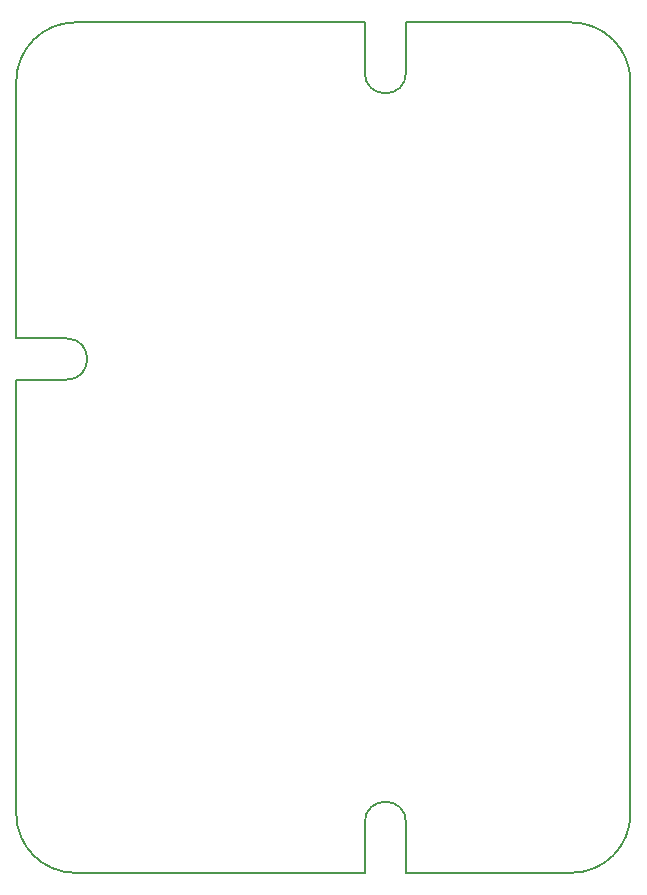
<source format=gbr>
%FSLAX34Y34*%
%MOMM*%
%LNOUTLINE*%
G71*
G01*
%ADD10C, 0.15*%
%LPD*%
G54D10*
G75*
G01X48000Y-400D02*
G03X-2000Y-50400I0J-50000D01*
G01*
G54D10*
G75*
G01X518000Y-50400D02*
G03X468000Y-400I-50000J0D01*
G01*
G54D10*
G75*
G01X-2000Y-670400D02*
G03X48000Y-720400I50000J0D01*
G01*
G54D10*
G75*
G01X468000Y-720400D02*
G03X518000Y-670400I0J50000D01*
G01*
G54D10*
G75*
G01X40500Y-302900D02*
G03X40500Y-267900I0J17500D01*
G01*
G54D10*
X40500Y-267900D02*
X-2000Y-267900D01*
G54D10*
X40500Y-302900D02*
X-2000Y-302900D01*
G54D10*
X-2000Y-50400D02*
X-2000Y-267900D01*
G54D10*
X-2000Y-302900D02*
X-2000Y-670400D01*
G54D10*
X293016Y-720246D02*
X48000Y-720400D01*
G54D10*
X518000Y-50400D02*
X518000Y-670400D01*
G54D10*
G75*
G01X293000Y-42900D02*
G03X328000Y-42900I17500J0D01*
G01*
G54D10*
X328000Y-42900D02*
X328000Y-400D01*
G54D10*
X293000Y-42900D02*
X293000Y-400D01*
G54D10*
X328000Y-400D02*
X468000Y-400D01*
G54D10*
X293000Y-400D02*
X48000Y-400D01*
G54D10*
G75*
G01X328016Y-677746D02*
G03X293016Y-677746I-17500J0D01*
G01*
G54D10*
X293016Y-677746D02*
X293016Y-720246D01*
G54D10*
X328016Y-677746D02*
X328016Y-720246D01*
G54D10*
X468000Y-720400D02*
X328016Y-720246D01*
M02*

</source>
